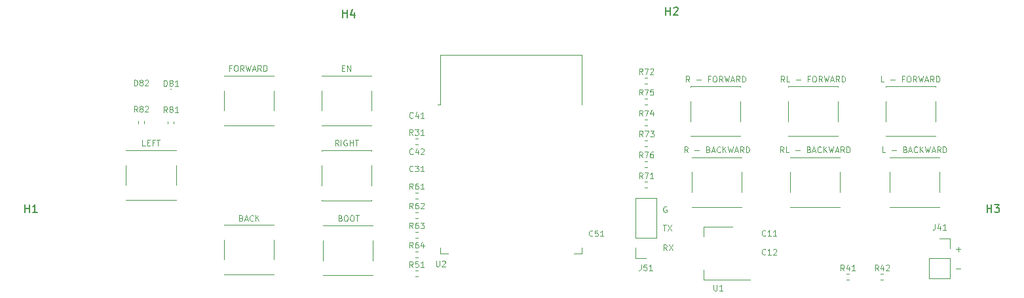
<source format=gbr>
%TF.GenerationSoftware,KiCad,Pcbnew,6.0.6-3a73a75311~116~ubuntu20.04.1*%
%TF.CreationDate,2022-07-28T16:32:39+08:00*%
%TF.ProjectId,Board1,426f6172-6431-42e6-9b69-6361645f7063,rev?*%
%TF.SameCoordinates,Original*%
%TF.FileFunction,Legend,Top*%
%TF.FilePolarity,Positive*%
%FSLAX46Y46*%
G04 Gerber Fmt 4.6, Leading zero omitted, Abs format (unit mm)*
G04 Created by KiCad (PCBNEW 6.0.6-3a73a75311~116~ubuntu20.04.1) date 2022-07-28 16:32:39*
%MOMM*%
%LPD*%
G01*
G04 APERTURE LIST*
%ADD10C,0.100000*%
%ADD11C,0.150000*%
%ADD12C,0.120000*%
G04 APERTURE END LIST*
D10*
X164475428Y-72602285D02*
X164225428Y-72245142D01*
X164046857Y-72602285D02*
X164046857Y-71852285D01*
X164332571Y-71852285D01*
X164404000Y-71888000D01*
X164439714Y-71923714D01*
X164475428Y-71995142D01*
X164475428Y-72102285D01*
X164439714Y-72173714D01*
X164404000Y-72209428D01*
X164332571Y-72245142D01*
X164046857Y-72245142D01*
X165154000Y-72602285D02*
X164796857Y-72602285D01*
X164796857Y-71852285D01*
X165975428Y-72316571D02*
X166546857Y-72316571D01*
X167725428Y-72209428D02*
X167832571Y-72245142D01*
X167868285Y-72280857D01*
X167904000Y-72352285D01*
X167904000Y-72459428D01*
X167868285Y-72530857D01*
X167832571Y-72566571D01*
X167761142Y-72602285D01*
X167475428Y-72602285D01*
X167475428Y-71852285D01*
X167725428Y-71852285D01*
X167796857Y-71888000D01*
X167832571Y-71923714D01*
X167868285Y-71995142D01*
X167868285Y-72066571D01*
X167832571Y-72138000D01*
X167796857Y-72173714D01*
X167725428Y-72209428D01*
X167475428Y-72209428D01*
X168189714Y-72388000D02*
X168546857Y-72388000D01*
X168118285Y-72602285D02*
X168368285Y-71852285D01*
X168618285Y-72602285D01*
X169296857Y-72530857D02*
X169261142Y-72566571D01*
X169154000Y-72602285D01*
X169082571Y-72602285D01*
X168975428Y-72566571D01*
X168904000Y-72495142D01*
X168868285Y-72423714D01*
X168832571Y-72280857D01*
X168832571Y-72173714D01*
X168868285Y-72030857D01*
X168904000Y-71959428D01*
X168975428Y-71888000D01*
X169082571Y-71852285D01*
X169154000Y-71852285D01*
X169261142Y-71888000D01*
X169296857Y-71923714D01*
X169618285Y-72602285D02*
X169618285Y-71852285D01*
X170046857Y-72602285D02*
X169725428Y-72173714D01*
X170046857Y-71852285D02*
X169618285Y-72280857D01*
X170296857Y-71852285D02*
X170475428Y-72602285D01*
X170618285Y-72066571D01*
X170761142Y-72602285D01*
X170939714Y-71852285D01*
X171189714Y-72388000D02*
X171546857Y-72388000D01*
X171118285Y-72602285D02*
X171368285Y-71852285D01*
X171618285Y-72602285D01*
X172296857Y-72602285D02*
X172046857Y-72245142D01*
X171868285Y-72602285D02*
X171868285Y-71852285D01*
X172154000Y-71852285D01*
X172225428Y-71888000D01*
X172261142Y-71923714D01*
X172296857Y-71995142D01*
X172296857Y-72102285D01*
X172261142Y-72173714D01*
X172225428Y-72209428D01*
X172154000Y-72245142D01*
X171868285Y-72245142D01*
X172618285Y-72602285D02*
X172618285Y-71852285D01*
X172796857Y-71852285D01*
X172904000Y-71888000D01*
X172975428Y-71959428D01*
X173011142Y-72030857D01*
X173046857Y-72173714D01*
X173046857Y-72280857D01*
X173011142Y-72423714D01*
X172975428Y-72495142D01*
X172904000Y-72566571D01*
X172796857Y-72602285D01*
X172618285Y-72602285D01*
X164578571Y-63458285D02*
X164328571Y-63101142D01*
X164150000Y-63458285D02*
X164150000Y-62708285D01*
X164435714Y-62708285D01*
X164507142Y-62744000D01*
X164542857Y-62779714D01*
X164578571Y-62851142D01*
X164578571Y-62958285D01*
X164542857Y-63029714D01*
X164507142Y-63065428D01*
X164435714Y-63101142D01*
X164150000Y-63101142D01*
X165257142Y-63458285D02*
X164900000Y-63458285D01*
X164900000Y-62708285D01*
X166078571Y-63172571D02*
X166650000Y-63172571D01*
X167828571Y-63065428D02*
X167578571Y-63065428D01*
X167578571Y-63458285D02*
X167578571Y-62708285D01*
X167935714Y-62708285D01*
X168364285Y-62708285D02*
X168507142Y-62708285D01*
X168578571Y-62744000D01*
X168650000Y-62815428D01*
X168685714Y-62958285D01*
X168685714Y-63208285D01*
X168650000Y-63351142D01*
X168578571Y-63422571D01*
X168507142Y-63458285D01*
X168364285Y-63458285D01*
X168292857Y-63422571D01*
X168221428Y-63351142D01*
X168185714Y-63208285D01*
X168185714Y-62958285D01*
X168221428Y-62815428D01*
X168292857Y-62744000D01*
X168364285Y-62708285D01*
X169435714Y-63458285D02*
X169185714Y-63101142D01*
X169007142Y-63458285D02*
X169007142Y-62708285D01*
X169292857Y-62708285D01*
X169364285Y-62744000D01*
X169400000Y-62779714D01*
X169435714Y-62851142D01*
X169435714Y-62958285D01*
X169400000Y-63029714D01*
X169364285Y-63065428D01*
X169292857Y-63101142D01*
X169007142Y-63101142D01*
X169685714Y-62708285D02*
X169864285Y-63458285D01*
X170007142Y-62922571D01*
X170150000Y-63458285D01*
X170328571Y-62708285D01*
X170578571Y-63244000D02*
X170935714Y-63244000D01*
X170507142Y-63458285D02*
X170757142Y-62708285D01*
X171007142Y-63458285D01*
X171685714Y-63458285D02*
X171435714Y-63101142D01*
X171257142Y-63458285D02*
X171257142Y-62708285D01*
X171542857Y-62708285D01*
X171614285Y-62744000D01*
X171650000Y-62779714D01*
X171685714Y-62851142D01*
X171685714Y-62958285D01*
X171650000Y-63029714D01*
X171614285Y-63065428D01*
X171542857Y-63101142D01*
X171257142Y-63101142D01*
X172007142Y-63458285D02*
X172007142Y-62708285D01*
X172185714Y-62708285D01*
X172292857Y-62744000D01*
X172364285Y-62815428D01*
X172400000Y-62886857D01*
X172435714Y-63029714D01*
X172435714Y-63136857D01*
X172400000Y-63279714D01*
X172364285Y-63351142D01*
X172292857Y-63422571D01*
X172185714Y-63458285D01*
X172007142Y-63458285D01*
X177606000Y-72602285D02*
X177248857Y-72602285D01*
X177248857Y-71852285D01*
X178427428Y-72316571D02*
X178998857Y-72316571D01*
X180177428Y-72209428D02*
X180284571Y-72245142D01*
X180320285Y-72280857D01*
X180356000Y-72352285D01*
X180356000Y-72459428D01*
X180320285Y-72530857D01*
X180284571Y-72566571D01*
X180213142Y-72602285D01*
X179927428Y-72602285D01*
X179927428Y-71852285D01*
X180177428Y-71852285D01*
X180248857Y-71888000D01*
X180284571Y-71923714D01*
X180320285Y-71995142D01*
X180320285Y-72066571D01*
X180284571Y-72138000D01*
X180248857Y-72173714D01*
X180177428Y-72209428D01*
X179927428Y-72209428D01*
X180641714Y-72388000D02*
X180998857Y-72388000D01*
X180570285Y-72602285D02*
X180820285Y-71852285D01*
X181070285Y-72602285D01*
X181748857Y-72530857D02*
X181713142Y-72566571D01*
X181606000Y-72602285D01*
X181534571Y-72602285D01*
X181427428Y-72566571D01*
X181356000Y-72495142D01*
X181320285Y-72423714D01*
X181284571Y-72280857D01*
X181284571Y-72173714D01*
X181320285Y-72030857D01*
X181356000Y-71959428D01*
X181427428Y-71888000D01*
X181534571Y-71852285D01*
X181606000Y-71852285D01*
X181713142Y-71888000D01*
X181748857Y-71923714D01*
X182070285Y-72602285D02*
X182070285Y-71852285D01*
X182498857Y-72602285D02*
X182177428Y-72173714D01*
X182498857Y-71852285D02*
X182070285Y-72280857D01*
X182748857Y-71852285D02*
X182927428Y-72602285D01*
X183070285Y-72066571D01*
X183213142Y-72602285D01*
X183391714Y-71852285D01*
X183641714Y-72388000D02*
X183998857Y-72388000D01*
X183570285Y-72602285D02*
X183820285Y-71852285D01*
X184070285Y-72602285D01*
X184748857Y-72602285D02*
X184498857Y-72245142D01*
X184320285Y-72602285D02*
X184320285Y-71852285D01*
X184606000Y-71852285D01*
X184677428Y-71888000D01*
X184713142Y-71923714D01*
X184748857Y-71995142D01*
X184748857Y-72102285D01*
X184713142Y-72173714D01*
X184677428Y-72209428D01*
X184606000Y-72245142D01*
X184320285Y-72245142D01*
X185070285Y-72602285D02*
X185070285Y-71852285D01*
X185248857Y-71852285D01*
X185356000Y-71888000D01*
X185427428Y-71959428D01*
X185463142Y-72030857D01*
X185498857Y-72173714D01*
X185498857Y-72280857D01*
X185463142Y-72423714D01*
X185427428Y-72495142D01*
X185356000Y-72566571D01*
X185248857Y-72602285D01*
X185070285Y-72602285D01*
X177455142Y-63458285D02*
X177098000Y-63458285D01*
X177098000Y-62708285D01*
X178276571Y-63172571D02*
X178848000Y-63172571D01*
X180026571Y-63065428D02*
X179776571Y-63065428D01*
X179776571Y-63458285D02*
X179776571Y-62708285D01*
X180133714Y-62708285D01*
X180562285Y-62708285D02*
X180705142Y-62708285D01*
X180776571Y-62744000D01*
X180848000Y-62815428D01*
X180883714Y-62958285D01*
X180883714Y-63208285D01*
X180848000Y-63351142D01*
X180776571Y-63422571D01*
X180705142Y-63458285D01*
X180562285Y-63458285D01*
X180490857Y-63422571D01*
X180419428Y-63351142D01*
X180383714Y-63208285D01*
X180383714Y-62958285D01*
X180419428Y-62815428D01*
X180490857Y-62744000D01*
X180562285Y-62708285D01*
X181633714Y-63458285D02*
X181383714Y-63101142D01*
X181205142Y-63458285D02*
X181205142Y-62708285D01*
X181490857Y-62708285D01*
X181562285Y-62744000D01*
X181598000Y-62779714D01*
X181633714Y-62851142D01*
X181633714Y-62958285D01*
X181598000Y-63029714D01*
X181562285Y-63065428D01*
X181490857Y-63101142D01*
X181205142Y-63101142D01*
X181883714Y-62708285D02*
X182062285Y-63458285D01*
X182205142Y-62922571D01*
X182348000Y-63458285D01*
X182526571Y-62708285D01*
X182776571Y-63244000D02*
X183133714Y-63244000D01*
X182705142Y-63458285D02*
X182955142Y-62708285D01*
X183205142Y-63458285D01*
X183883714Y-63458285D02*
X183633714Y-63101142D01*
X183455142Y-63458285D02*
X183455142Y-62708285D01*
X183740857Y-62708285D01*
X183812285Y-62744000D01*
X183848000Y-62779714D01*
X183883714Y-62851142D01*
X183883714Y-62958285D01*
X183848000Y-63029714D01*
X183812285Y-63065428D01*
X183740857Y-63101142D01*
X183455142Y-63101142D01*
X184205142Y-63458285D02*
X184205142Y-62708285D01*
X184383714Y-62708285D01*
X184490857Y-62744000D01*
X184562285Y-62815428D01*
X184598000Y-62886857D01*
X184633714Y-63029714D01*
X184633714Y-63136857D01*
X184598000Y-63279714D01*
X184562285Y-63351142D01*
X184490857Y-63422571D01*
X184383714Y-63458285D01*
X184205142Y-63458285D01*
X152079000Y-72602285D02*
X151829000Y-72245142D01*
X151650428Y-72602285D02*
X151650428Y-71852285D01*
X151936142Y-71852285D01*
X152007571Y-71888000D01*
X152043285Y-71923714D01*
X152079000Y-71995142D01*
X152079000Y-72102285D01*
X152043285Y-72173714D01*
X152007571Y-72209428D01*
X151936142Y-72245142D01*
X151650428Y-72245142D01*
X152971857Y-72316571D02*
X153543285Y-72316571D01*
X154721857Y-72209428D02*
X154829000Y-72245142D01*
X154864714Y-72280857D01*
X154900428Y-72352285D01*
X154900428Y-72459428D01*
X154864714Y-72530857D01*
X154829000Y-72566571D01*
X154757571Y-72602285D01*
X154471857Y-72602285D01*
X154471857Y-71852285D01*
X154721857Y-71852285D01*
X154793285Y-71888000D01*
X154829000Y-71923714D01*
X154864714Y-71995142D01*
X154864714Y-72066571D01*
X154829000Y-72138000D01*
X154793285Y-72173714D01*
X154721857Y-72209428D01*
X154471857Y-72209428D01*
X155186142Y-72388000D02*
X155543285Y-72388000D01*
X155114714Y-72602285D02*
X155364714Y-71852285D01*
X155614714Y-72602285D01*
X156293285Y-72530857D02*
X156257571Y-72566571D01*
X156150428Y-72602285D01*
X156079000Y-72602285D01*
X155971857Y-72566571D01*
X155900428Y-72495142D01*
X155864714Y-72423714D01*
X155829000Y-72280857D01*
X155829000Y-72173714D01*
X155864714Y-72030857D01*
X155900428Y-71959428D01*
X155971857Y-71888000D01*
X156079000Y-71852285D01*
X156150428Y-71852285D01*
X156257571Y-71888000D01*
X156293285Y-71923714D01*
X156614714Y-72602285D02*
X156614714Y-71852285D01*
X157043285Y-72602285D02*
X156721857Y-72173714D01*
X157043285Y-71852285D02*
X156614714Y-72280857D01*
X157293285Y-71852285D02*
X157471857Y-72602285D01*
X157614714Y-72066571D01*
X157757571Y-72602285D01*
X157936142Y-71852285D01*
X158186142Y-72388000D02*
X158543285Y-72388000D01*
X158114714Y-72602285D02*
X158364714Y-71852285D01*
X158614714Y-72602285D01*
X159293285Y-72602285D02*
X159043285Y-72245142D01*
X158864714Y-72602285D02*
X158864714Y-71852285D01*
X159150428Y-71852285D01*
X159221857Y-71888000D01*
X159257571Y-71923714D01*
X159293285Y-71995142D01*
X159293285Y-72102285D01*
X159257571Y-72173714D01*
X159221857Y-72209428D01*
X159150428Y-72245142D01*
X158864714Y-72245142D01*
X159614714Y-72602285D02*
X159614714Y-71852285D01*
X159793285Y-71852285D01*
X159900428Y-71888000D01*
X159971857Y-71959428D01*
X160007571Y-72030857D01*
X160043285Y-72173714D01*
X160043285Y-72280857D01*
X160007571Y-72423714D01*
X159971857Y-72495142D01*
X159900428Y-72566571D01*
X159793285Y-72602285D01*
X159614714Y-72602285D01*
X152309142Y-63458285D02*
X152059142Y-63101142D01*
X151880571Y-63458285D02*
X151880571Y-62708285D01*
X152166285Y-62708285D01*
X152237714Y-62744000D01*
X152273428Y-62779714D01*
X152309142Y-62851142D01*
X152309142Y-62958285D01*
X152273428Y-63029714D01*
X152237714Y-63065428D01*
X152166285Y-63101142D01*
X151880571Y-63101142D01*
X153202000Y-63172571D02*
X153773428Y-63172571D01*
X154952000Y-63065428D02*
X154702000Y-63065428D01*
X154702000Y-63458285D02*
X154702000Y-62708285D01*
X155059142Y-62708285D01*
X155487714Y-62708285D02*
X155630571Y-62708285D01*
X155702000Y-62744000D01*
X155773428Y-62815428D01*
X155809142Y-62958285D01*
X155809142Y-63208285D01*
X155773428Y-63351142D01*
X155702000Y-63422571D01*
X155630571Y-63458285D01*
X155487714Y-63458285D01*
X155416285Y-63422571D01*
X155344857Y-63351142D01*
X155309142Y-63208285D01*
X155309142Y-62958285D01*
X155344857Y-62815428D01*
X155416285Y-62744000D01*
X155487714Y-62708285D01*
X156559142Y-63458285D02*
X156309142Y-63101142D01*
X156130571Y-63458285D02*
X156130571Y-62708285D01*
X156416285Y-62708285D01*
X156487714Y-62744000D01*
X156523428Y-62779714D01*
X156559142Y-62851142D01*
X156559142Y-62958285D01*
X156523428Y-63029714D01*
X156487714Y-63065428D01*
X156416285Y-63101142D01*
X156130571Y-63101142D01*
X156809142Y-62708285D02*
X156987714Y-63458285D01*
X157130571Y-62922571D01*
X157273428Y-63458285D01*
X157452000Y-62708285D01*
X157702000Y-63244000D02*
X158059142Y-63244000D01*
X157630571Y-63458285D02*
X157880571Y-62708285D01*
X158130571Y-63458285D01*
X158809142Y-63458285D02*
X158559142Y-63101142D01*
X158380571Y-63458285D02*
X158380571Y-62708285D01*
X158666285Y-62708285D01*
X158737714Y-62744000D01*
X158773428Y-62779714D01*
X158809142Y-62851142D01*
X158809142Y-62958285D01*
X158773428Y-63029714D01*
X158737714Y-63065428D01*
X158666285Y-63101142D01*
X158380571Y-63101142D01*
X159130571Y-63458285D02*
X159130571Y-62708285D01*
X159309142Y-62708285D01*
X159416285Y-62744000D01*
X159487714Y-62815428D01*
X159523428Y-62886857D01*
X159559142Y-63029714D01*
X159559142Y-63136857D01*
X159523428Y-63279714D01*
X159487714Y-63351142D01*
X159416285Y-63422571D01*
X159309142Y-63458285D01*
X159130571Y-63458285D01*
X107396428Y-61668428D02*
X107646428Y-61668428D01*
X107753571Y-62061285D02*
X107396428Y-62061285D01*
X107396428Y-61311285D01*
X107753571Y-61311285D01*
X108075000Y-62061285D02*
X108075000Y-61311285D01*
X108503571Y-62061285D01*
X108503571Y-61311285D01*
X107186142Y-81099428D02*
X107293285Y-81135142D01*
X107329000Y-81170857D01*
X107364714Y-81242285D01*
X107364714Y-81349428D01*
X107329000Y-81420857D01*
X107293285Y-81456571D01*
X107221857Y-81492285D01*
X106936142Y-81492285D01*
X106936142Y-80742285D01*
X107186142Y-80742285D01*
X107257571Y-80778000D01*
X107293285Y-80813714D01*
X107329000Y-80885142D01*
X107329000Y-80956571D01*
X107293285Y-81028000D01*
X107257571Y-81063714D01*
X107186142Y-81099428D01*
X106936142Y-81099428D01*
X107829000Y-80742285D02*
X107971857Y-80742285D01*
X108043285Y-80778000D01*
X108114714Y-80849428D01*
X108150428Y-80992285D01*
X108150428Y-81242285D01*
X108114714Y-81385142D01*
X108043285Y-81456571D01*
X107971857Y-81492285D01*
X107829000Y-81492285D01*
X107757571Y-81456571D01*
X107686142Y-81385142D01*
X107650428Y-81242285D01*
X107650428Y-80992285D01*
X107686142Y-80849428D01*
X107757571Y-80778000D01*
X107829000Y-80742285D01*
X108614714Y-80742285D02*
X108757571Y-80742285D01*
X108829000Y-80778000D01*
X108900428Y-80849428D01*
X108936142Y-80992285D01*
X108936142Y-81242285D01*
X108900428Y-81385142D01*
X108829000Y-81456571D01*
X108757571Y-81492285D01*
X108614714Y-81492285D01*
X108543285Y-81456571D01*
X108471857Y-81385142D01*
X108436142Y-81242285D01*
X108436142Y-80992285D01*
X108471857Y-80849428D01*
X108543285Y-80778000D01*
X108614714Y-80742285D01*
X109150428Y-80742285D02*
X109579000Y-80742285D01*
X109364714Y-81492285D02*
X109364714Y-80742285D01*
X106950000Y-71713285D02*
X106700000Y-71356142D01*
X106521428Y-71713285D02*
X106521428Y-70963285D01*
X106807142Y-70963285D01*
X106878571Y-70999000D01*
X106914285Y-71034714D01*
X106950000Y-71106142D01*
X106950000Y-71213285D01*
X106914285Y-71284714D01*
X106878571Y-71320428D01*
X106807142Y-71356142D01*
X106521428Y-71356142D01*
X107271428Y-71713285D02*
X107271428Y-70963285D01*
X108021428Y-70999000D02*
X107950000Y-70963285D01*
X107842857Y-70963285D01*
X107735714Y-70999000D01*
X107664285Y-71070428D01*
X107628571Y-71141857D01*
X107592857Y-71284714D01*
X107592857Y-71391857D01*
X107628571Y-71534714D01*
X107664285Y-71606142D01*
X107735714Y-71677571D01*
X107842857Y-71713285D01*
X107914285Y-71713285D01*
X108021428Y-71677571D01*
X108057142Y-71641857D01*
X108057142Y-71391857D01*
X107914285Y-71391857D01*
X108378571Y-71713285D02*
X108378571Y-70963285D01*
X108378571Y-71320428D02*
X108807142Y-71320428D01*
X108807142Y-71713285D02*
X108807142Y-70963285D01*
X109057142Y-70963285D02*
X109485714Y-70963285D01*
X109271428Y-71713285D02*
X109271428Y-70963285D01*
X81962714Y-71713285D02*
X81605571Y-71713285D01*
X81605571Y-70963285D01*
X82212714Y-71320428D02*
X82462714Y-71320428D01*
X82569857Y-71713285D02*
X82212714Y-71713285D01*
X82212714Y-70963285D01*
X82569857Y-70963285D01*
X83141285Y-71320428D02*
X82891285Y-71320428D01*
X82891285Y-71713285D02*
X82891285Y-70963285D01*
X83248428Y-70963285D01*
X83427000Y-70963285D02*
X83855571Y-70963285D01*
X83641285Y-71713285D02*
X83641285Y-70963285D01*
X94359142Y-81099428D02*
X94466285Y-81135142D01*
X94502000Y-81170857D01*
X94537714Y-81242285D01*
X94537714Y-81349428D01*
X94502000Y-81420857D01*
X94466285Y-81456571D01*
X94394857Y-81492285D01*
X94109142Y-81492285D01*
X94109142Y-80742285D01*
X94359142Y-80742285D01*
X94430571Y-80778000D01*
X94466285Y-80813714D01*
X94502000Y-80885142D01*
X94502000Y-80956571D01*
X94466285Y-81028000D01*
X94430571Y-81063714D01*
X94359142Y-81099428D01*
X94109142Y-81099428D01*
X94823428Y-81278000D02*
X95180571Y-81278000D01*
X94752000Y-81492285D02*
X95002000Y-80742285D01*
X95252000Y-81492285D01*
X95930571Y-81420857D02*
X95894857Y-81456571D01*
X95787714Y-81492285D01*
X95716285Y-81492285D01*
X95609142Y-81456571D01*
X95537714Y-81385142D01*
X95502000Y-81313714D01*
X95466285Y-81170857D01*
X95466285Y-81063714D01*
X95502000Y-80920857D01*
X95537714Y-80849428D01*
X95609142Y-80778000D01*
X95716285Y-80742285D01*
X95787714Y-80742285D01*
X95894857Y-80778000D01*
X95930571Y-80813714D01*
X96252000Y-81492285D02*
X96252000Y-80742285D01*
X96680571Y-81492285D02*
X96359142Y-81063714D01*
X96680571Y-80742285D02*
X96252000Y-81170857D01*
X93089285Y-61668428D02*
X92839285Y-61668428D01*
X92839285Y-62061285D02*
X92839285Y-61311285D01*
X93196428Y-61311285D01*
X93625000Y-61311285D02*
X93767857Y-61311285D01*
X93839285Y-61347000D01*
X93910714Y-61418428D01*
X93946428Y-61561285D01*
X93946428Y-61811285D01*
X93910714Y-61954142D01*
X93839285Y-62025571D01*
X93767857Y-62061285D01*
X93625000Y-62061285D01*
X93553571Y-62025571D01*
X93482142Y-61954142D01*
X93446428Y-61811285D01*
X93446428Y-61561285D01*
X93482142Y-61418428D01*
X93553571Y-61347000D01*
X93625000Y-61311285D01*
X94696428Y-62061285D02*
X94446428Y-61704142D01*
X94267857Y-62061285D02*
X94267857Y-61311285D01*
X94553571Y-61311285D01*
X94625000Y-61347000D01*
X94660714Y-61382714D01*
X94696428Y-61454142D01*
X94696428Y-61561285D01*
X94660714Y-61632714D01*
X94625000Y-61668428D01*
X94553571Y-61704142D01*
X94267857Y-61704142D01*
X94946428Y-61311285D02*
X95125000Y-62061285D01*
X95267857Y-61525571D01*
X95410714Y-62061285D01*
X95589285Y-61311285D01*
X95839285Y-61847000D02*
X96196428Y-61847000D01*
X95767857Y-62061285D02*
X96017857Y-61311285D01*
X96267857Y-62061285D01*
X96946428Y-62061285D02*
X96696428Y-61704142D01*
X96517857Y-62061285D02*
X96517857Y-61311285D01*
X96803571Y-61311285D01*
X96875000Y-61347000D01*
X96910714Y-61382714D01*
X96946428Y-61454142D01*
X96946428Y-61561285D01*
X96910714Y-61632714D01*
X96875000Y-61668428D01*
X96803571Y-61704142D01*
X96517857Y-61704142D01*
X97267857Y-62061285D02*
X97267857Y-61311285D01*
X97446428Y-61311285D01*
X97553571Y-61347000D01*
X97625000Y-61418428D01*
X97660714Y-61489857D01*
X97696428Y-61632714D01*
X97696428Y-61739857D01*
X97660714Y-61882714D01*
X97625000Y-61954142D01*
X97553571Y-62025571D01*
X97446428Y-62061285D01*
X97267857Y-62061285D01*
X186759885Y-87632771D02*
X187331314Y-87632771D01*
X186759885Y-85143571D02*
X187331314Y-85143571D01*
X187045600Y-85429285D02*
X187045600Y-84857857D01*
X149379400Y-85276885D02*
X149129400Y-84919742D01*
X148950828Y-85276885D02*
X148950828Y-84526885D01*
X149236542Y-84526885D01*
X149307971Y-84562600D01*
X149343685Y-84598314D01*
X149379400Y-84669742D01*
X149379400Y-84776885D01*
X149343685Y-84848314D01*
X149307971Y-84884028D01*
X149236542Y-84919742D01*
X148950828Y-84919742D01*
X149629400Y-84526885D02*
X150129400Y-85276885D01*
X150129400Y-84526885D02*
X149629400Y-85276885D01*
X149343685Y-79635000D02*
X149272257Y-79599285D01*
X149165114Y-79599285D01*
X149057971Y-79635000D01*
X148986542Y-79706428D01*
X148950828Y-79777857D01*
X148915114Y-79920714D01*
X148915114Y-80027857D01*
X148950828Y-80170714D01*
X148986542Y-80242142D01*
X149057971Y-80313571D01*
X149165114Y-80349285D01*
X149236542Y-80349285D01*
X149343685Y-80313571D01*
X149379399Y-80277857D01*
X149379399Y-80027857D01*
X149236542Y-80027857D01*
X148843685Y-81986885D02*
X149272256Y-81986885D01*
X149057971Y-82736885D02*
X149057971Y-81986885D01*
X149450828Y-81986885D02*
X149950828Y-82736885D01*
X149950828Y-81986885D02*
X149450828Y-82736885D01*
D11*
%TO.C,H1*%
X66430192Y-80356478D02*
X66430192Y-79356478D01*
X66430192Y-79832669D02*
X67001620Y-79832669D01*
X67001620Y-80356478D02*
X67001620Y-79356478D01*
X68001620Y-80356478D02*
X67430192Y-80356478D01*
X67715906Y-80356478D02*
X67715906Y-79356478D01*
X67620668Y-79499336D01*
X67525430Y-79594574D01*
X67430192Y-79642193D01*
%TO.C,H2*%
X149250494Y-54791558D02*
X149250494Y-53791558D01*
X149250494Y-54267749D02*
X149821922Y-54267749D01*
X149821922Y-54791558D02*
X149821922Y-53791558D01*
X150250494Y-53886797D02*
X150298113Y-53839178D01*
X150393351Y-53791558D01*
X150631446Y-53791558D01*
X150726684Y-53839178D01*
X150774303Y-53886797D01*
X150821922Y-53982035D01*
X150821922Y-54077273D01*
X150774303Y-54220130D01*
X150202875Y-54791558D01*
X150821922Y-54791558D01*
%TO.C,H3*%
X190765695Y-80356380D02*
X190765695Y-79356380D01*
X190765695Y-79832571D02*
X191337123Y-79832571D01*
X191337123Y-80356380D02*
X191337123Y-79356380D01*
X191718076Y-79356380D02*
X192337123Y-79356380D01*
X192003790Y-79737333D01*
X192146647Y-79737333D01*
X192241885Y-79784952D01*
X192289504Y-79832571D01*
X192337123Y-79927809D01*
X192337123Y-80165904D01*
X192289504Y-80261142D01*
X192241885Y-80308761D01*
X192146647Y-80356380D01*
X191860933Y-80356380D01*
X191765695Y-80308761D01*
X191718076Y-80261142D01*
%TO.C,H4*%
X107492895Y-55108780D02*
X107492895Y-54108780D01*
X107492895Y-54584971D02*
X108064323Y-54584971D01*
X108064323Y-55108780D02*
X108064323Y-54108780D01*
X108969085Y-54442114D02*
X108969085Y-55108780D01*
X108730990Y-54061161D02*
X108492895Y-54775447D01*
X109111942Y-54775447D01*
D10*
%TO.C,J41*%
X184025057Y-81878485D02*
X184025057Y-82414200D01*
X183989342Y-82521342D01*
X183917914Y-82592771D01*
X183810771Y-82628485D01*
X183739342Y-82628485D01*
X184703628Y-82128485D02*
X184703628Y-82628485D01*
X184525057Y-81842771D02*
X184346485Y-82378485D01*
X184810771Y-82378485D01*
X185489342Y-82628485D02*
X185060771Y-82628485D01*
X185275057Y-82628485D02*
X185275057Y-81878485D01*
X185203628Y-81985628D01*
X185132200Y-82057057D01*
X185060771Y-82092771D01*
%TO.C,R41*%
X172288657Y-87916885D02*
X172038657Y-87559742D01*
X171860085Y-87916885D02*
X171860085Y-87166885D01*
X172145800Y-87166885D01*
X172217228Y-87202600D01*
X172252942Y-87238314D01*
X172288657Y-87309742D01*
X172288657Y-87416885D01*
X172252942Y-87488314D01*
X172217228Y-87524028D01*
X172145800Y-87559742D01*
X171860085Y-87559742D01*
X172931514Y-87416885D02*
X172931514Y-87916885D01*
X172752942Y-87131171D02*
X172574371Y-87666885D01*
X173038657Y-87666885D01*
X173717228Y-87916885D02*
X173288657Y-87916885D01*
X173502942Y-87916885D02*
X173502942Y-87166885D01*
X173431514Y-87274028D01*
X173360085Y-87345457D01*
X173288657Y-87381171D01*
%TO.C,R42*%
X176708257Y-87916885D02*
X176458257Y-87559742D01*
X176279685Y-87916885D02*
X176279685Y-87166885D01*
X176565400Y-87166885D01*
X176636828Y-87202600D01*
X176672542Y-87238314D01*
X176708257Y-87309742D01*
X176708257Y-87416885D01*
X176672542Y-87488314D01*
X176636828Y-87524028D01*
X176565400Y-87559742D01*
X176279685Y-87559742D01*
X177351114Y-87416885D02*
X177351114Y-87916885D01*
X177172542Y-87131171D02*
X176993971Y-87666885D01*
X177458257Y-87666885D01*
X177708257Y-87238314D02*
X177743971Y-87202600D01*
X177815400Y-87166885D01*
X177993971Y-87166885D01*
X178065400Y-87202600D01*
X178101114Y-87238314D01*
X178136828Y-87309742D01*
X178136828Y-87381171D01*
X178101114Y-87488314D01*
X177672542Y-87916885D01*
X178136828Y-87916885D01*
%TO.C,R74*%
X146228257Y-67871205D02*
X145978257Y-67514062D01*
X145799685Y-67871205D02*
X145799685Y-67121205D01*
X146085400Y-67121205D01*
X146156828Y-67156920D01*
X146192542Y-67192634D01*
X146228257Y-67264062D01*
X146228257Y-67371205D01*
X146192542Y-67442634D01*
X146156828Y-67478348D01*
X146085400Y-67514062D01*
X145799685Y-67514062D01*
X146478257Y-67121205D02*
X146978257Y-67121205D01*
X146656828Y-67871205D01*
X147585400Y-67371205D02*
X147585400Y-67871205D01*
X147406828Y-67085491D02*
X147228257Y-67621205D01*
X147692542Y-67621205D01*
%TO.C,R61*%
X116561057Y-77352085D02*
X116311057Y-76994942D01*
X116132485Y-77352085D02*
X116132485Y-76602085D01*
X116418200Y-76602085D01*
X116489628Y-76637800D01*
X116525342Y-76673514D01*
X116561057Y-76744942D01*
X116561057Y-76852085D01*
X116525342Y-76923514D01*
X116489628Y-76959228D01*
X116418200Y-76994942D01*
X116132485Y-76994942D01*
X117203914Y-76602085D02*
X117061057Y-76602085D01*
X116989628Y-76637800D01*
X116953914Y-76673514D01*
X116882485Y-76780657D01*
X116846771Y-76923514D01*
X116846771Y-77209228D01*
X116882485Y-77280657D01*
X116918200Y-77316371D01*
X116989628Y-77352085D01*
X117132485Y-77352085D01*
X117203914Y-77316371D01*
X117239628Y-77280657D01*
X117275342Y-77209228D01*
X117275342Y-77030657D01*
X117239628Y-76959228D01*
X117203914Y-76923514D01*
X117132485Y-76887800D01*
X116989628Y-76887800D01*
X116918200Y-76923514D01*
X116882485Y-76959228D01*
X116846771Y-77030657D01*
X117989628Y-77352085D02*
X117561057Y-77352085D01*
X117775342Y-77352085D02*
X117775342Y-76602085D01*
X117703914Y-76709228D01*
X117632485Y-76780657D01*
X117561057Y-76816371D01*
%TO.C,D82*%
X80521685Y-63940885D02*
X80521685Y-63190885D01*
X80700257Y-63190885D01*
X80807400Y-63226600D01*
X80878828Y-63298028D01*
X80914542Y-63369457D01*
X80950257Y-63512314D01*
X80950257Y-63619457D01*
X80914542Y-63762314D01*
X80878828Y-63833742D01*
X80807400Y-63905171D01*
X80700257Y-63940885D01*
X80521685Y-63940885D01*
X81378828Y-63512314D02*
X81307400Y-63476600D01*
X81271685Y-63440885D01*
X81235971Y-63369457D01*
X81235971Y-63333742D01*
X81271685Y-63262314D01*
X81307400Y-63226600D01*
X81378828Y-63190885D01*
X81521685Y-63190885D01*
X81593114Y-63226600D01*
X81628828Y-63262314D01*
X81664542Y-63333742D01*
X81664542Y-63369457D01*
X81628828Y-63440885D01*
X81593114Y-63476600D01*
X81521685Y-63512314D01*
X81378828Y-63512314D01*
X81307400Y-63548028D01*
X81271685Y-63583742D01*
X81235971Y-63655171D01*
X81235971Y-63798028D01*
X81271685Y-63869457D01*
X81307400Y-63905171D01*
X81378828Y-63940885D01*
X81521685Y-63940885D01*
X81593114Y-63905171D01*
X81628828Y-63869457D01*
X81664542Y-63798028D01*
X81664542Y-63655171D01*
X81628828Y-63583742D01*
X81593114Y-63548028D01*
X81521685Y-63512314D01*
X81950257Y-63262314D02*
X81985971Y-63226600D01*
X82057400Y-63190885D01*
X82235971Y-63190885D01*
X82307400Y-63226600D01*
X82343114Y-63262314D01*
X82378828Y-63333742D01*
X82378828Y-63405171D01*
X82343114Y-63512314D01*
X81914542Y-63940885D01*
X82378828Y-63940885D01*
%TO.C,C31*%
X116561057Y-74994657D02*
X116525342Y-75030371D01*
X116418200Y-75066085D01*
X116346771Y-75066085D01*
X116239628Y-75030371D01*
X116168200Y-74958942D01*
X116132485Y-74887514D01*
X116096771Y-74744657D01*
X116096771Y-74637514D01*
X116132485Y-74494657D01*
X116168200Y-74423228D01*
X116239628Y-74351800D01*
X116346771Y-74316085D01*
X116418200Y-74316085D01*
X116525342Y-74351800D01*
X116561057Y-74387514D01*
X116811057Y-74316085D02*
X117275342Y-74316085D01*
X117025342Y-74601800D01*
X117132485Y-74601800D01*
X117203914Y-74637514D01*
X117239628Y-74673228D01*
X117275342Y-74744657D01*
X117275342Y-74923228D01*
X117239628Y-74994657D01*
X117203914Y-75030371D01*
X117132485Y-75066085D01*
X116918200Y-75066085D01*
X116846771Y-75030371D01*
X116811057Y-74994657D01*
X117989628Y-75066085D02*
X117561057Y-75066085D01*
X117775342Y-75066085D02*
X117775342Y-74316085D01*
X117703914Y-74423228D01*
X117632485Y-74494657D01*
X117561057Y-74530371D01*
%TO.C,C11*%
X162128657Y-83342657D02*
X162092942Y-83378371D01*
X161985800Y-83414085D01*
X161914371Y-83414085D01*
X161807228Y-83378371D01*
X161735800Y-83306942D01*
X161700085Y-83235514D01*
X161664371Y-83092657D01*
X161664371Y-82985514D01*
X161700085Y-82842657D01*
X161735800Y-82771228D01*
X161807228Y-82699800D01*
X161914371Y-82664085D01*
X161985800Y-82664085D01*
X162092942Y-82699800D01*
X162128657Y-82735514D01*
X162842942Y-83414085D02*
X162414371Y-83414085D01*
X162628657Y-83414085D02*
X162628657Y-82664085D01*
X162557228Y-82771228D01*
X162485800Y-82842657D01*
X162414371Y-82878371D01*
X163557228Y-83414085D02*
X163128657Y-83414085D01*
X163342942Y-83414085D02*
X163342942Y-82664085D01*
X163271514Y-82771228D01*
X163200085Y-82842657D01*
X163128657Y-82878371D01*
%TO.C,C51*%
X139776657Y-83376657D02*
X139740942Y-83412371D01*
X139633800Y-83448085D01*
X139562371Y-83448085D01*
X139455228Y-83412371D01*
X139383800Y-83340942D01*
X139348085Y-83269514D01*
X139312371Y-83126657D01*
X139312371Y-83019514D01*
X139348085Y-82876657D01*
X139383800Y-82805228D01*
X139455228Y-82733800D01*
X139562371Y-82698085D01*
X139633800Y-82698085D01*
X139740942Y-82733800D01*
X139776657Y-82769514D01*
X140455228Y-82698085D02*
X140098085Y-82698085D01*
X140062371Y-83055228D01*
X140098085Y-83019514D01*
X140169514Y-82983800D01*
X140348085Y-82983800D01*
X140419514Y-83019514D01*
X140455228Y-83055228D01*
X140490942Y-83126657D01*
X140490942Y-83305228D01*
X140455228Y-83376657D01*
X140419514Y-83412371D01*
X140348085Y-83448085D01*
X140169514Y-83448085D01*
X140098085Y-83412371D01*
X140062371Y-83376657D01*
X141205228Y-83448085D02*
X140776657Y-83448085D01*
X140990942Y-83448085D02*
X140990942Y-82698085D01*
X140919514Y-82805228D01*
X140848085Y-82876657D01*
X140776657Y-82912371D01*
%TO.C,C12*%
X162128657Y-85781057D02*
X162092942Y-85816771D01*
X161985800Y-85852485D01*
X161914371Y-85852485D01*
X161807228Y-85816771D01*
X161735800Y-85745342D01*
X161700085Y-85673914D01*
X161664371Y-85531057D01*
X161664371Y-85423914D01*
X161700085Y-85281057D01*
X161735800Y-85209628D01*
X161807228Y-85138200D01*
X161914371Y-85102485D01*
X161985800Y-85102485D01*
X162092942Y-85138200D01*
X162128657Y-85173914D01*
X162842942Y-85852485D02*
X162414371Y-85852485D01*
X162628657Y-85852485D02*
X162628657Y-85102485D01*
X162557228Y-85209628D01*
X162485800Y-85281057D01*
X162414371Y-85316771D01*
X163128657Y-85173914D02*
X163164371Y-85138200D01*
X163235800Y-85102485D01*
X163414371Y-85102485D01*
X163485800Y-85138200D01*
X163521514Y-85173914D01*
X163557228Y-85245342D01*
X163557228Y-85316771D01*
X163521514Y-85423914D01*
X163092942Y-85852485D01*
X163557228Y-85852485D01*
%TO.C,U2*%
X119570571Y-86609685D02*
X119570571Y-87216828D01*
X119606285Y-87288257D01*
X119642000Y-87323971D01*
X119713428Y-87359685D01*
X119856285Y-87359685D01*
X119927714Y-87323971D01*
X119963428Y-87288257D01*
X119999142Y-87216828D01*
X119999142Y-86609685D01*
X120320571Y-86681114D02*
X120356285Y-86645400D01*
X120427714Y-86609685D01*
X120606285Y-86609685D01*
X120677714Y-86645400D01*
X120713428Y-86681114D01*
X120749142Y-86752542D01*
X120749142Y-86823971D01*
X120713428Y-86931114D01*
X120284857Y-87359685D01*
X120749142Y-87359685D01*
%TO.C,R73*%
X146279057Y-70575365D02*
X146029057Y-70218222D01*
X145850485Y-70575365D02*
X145850485Y-69825365D01*
X146136200Y-69825365D01*
X146207628Y-69861080D01*
X146243342Y-69896794D01*
X146279057Y-69968222D01*
X146279057Y-70075365D01*
X146243342Y-70146794D01*
X146207628Y-70182508D01*
X146136200Y-70218222D01*
X145850485Y-70218222D01*
X146529057Y-69825365D02*
X147029057Y-69825365D01*
X146707628Y-70575365D01*
X147243342Y-69825365D02*
X147707628Y-69825365D01*
X147457628Y-70111080D01*
X147564771Y-70111080D01*
X147636200Y-70146794D01*
X147671914Y-70182508D01*
X147707628Y-70253937D01*
X147707628Y-70432508D01*
X147671914Y-70503937D01*
X147636200Y-70539651D01*
X147564771Y-70575365D01*
X147350485Y-70575365D01*
X147279057Y-70539651D01*
X147243342Y-70503937D01*
%TO.C,R81*%
X84811057Y-67395285D02*
X84561057Y-67038142D01*
X84382485Y-67395285D02*
X84382485Y-66645285D01*
X84668200Y-66645285D01*
X84739628Y-66681000D01*
X84775342Y-66716714D01*
X84811057Y-66788142D01*
X84811057Y-66895285D01*
X84775342Y-66966714D01*
X84739628Y-67002428D01*
X84668200Y-67038142D01*
X84382485Y-67038142D01*
X85239628Y-66966714D02*
X85168200Y-66931000D01*
X85132485Y-66895285D01*
X85096771Y-66823857D01*
X85096771Y-66788142D01*
X85132485Y-66716714D01*
X85168200Y-66681000D01*
X85239628Y-66645285D01*
X85382485Y-66645285D01*
X85453914Y-66681000D01*
X85489628Y-66716714D01*
X85525342Y-66788142D01*
X85525342Y-66823857D01*
X85489628Y-66895285D01*
X85453914Y-66931000D01*
X85382485Y-66966714D01*
X85239628Y-66966714D01*
X85168200Y-67002428D01*
X85132485Y-67038142D01*
X85096771Y-67109571D01*
X85096771Y-67252428D01*
X85132485Y-67323857D01*
X85168200Y-67359571D01*
X85239628Y-67395285D01*
X85382485Y-67395285D01*
X85453914Y-67359571D01*
X85489628Y-67323857D01*
X85525342Y-67252428D01*
X85525342Y-67109571D01*
X85489628Y-67038142D01*
X85453914Y-67002428D01*
X85382485Y-66966714D01*
X86239628Y-67395285D02*
X85811057Y-67395285D01*
X86025342Y-67395285D02*
X86025342Y-66645285D01*
X85953914Y-66752428D01*
X85882485Y-66823857D01*
X85811057Y-66859571D01*
%TO.C,R62*%
X116561057Y-79892085D02*
X116311057Y-79534942D01*
X116132485Y-79892085D02*
X116132485Y-79142085D01*
X116418200Y-79142085D01*
X116489628Y-79177800D01*
X116525342Y-79213514D01*
X116561057Y-79284942D01*
X116561057Y-79392085D01*
X116525342Y-79463514D01*
X116489628Y-79499228D01*
X116418200Y-79534942D01*
X116132485Y-79534942D01*
X117203914Y-79142085D02*
X117061057Y-79142085D01*
X116989628Y-79177800D01*
X116953914Y-79213514D01*
X116882485Y-79320657D01*
X116846771Y-79463514D01*
X116846771Y-79749228D01*
X116882485Y-79820657D01*
X116918200Y-79856371D01*
X116989628Y-79892085D01*
X117132485Y-79892085D01*
X117203914Y-79856371D01*
X117239628Y-79820657D01*
X117275342Y-79749228D01*
X117275342Y-79570657D01*
X117239628Y-79499228D01*
X117203914Y-79463514D01*
X117132485Y-79427800D01*
X116989628Y-79427800D01*
X116918200Y-79463514D01*
X116882485Y-79499228D01*
X116846771Y-79570657D01*
X117561057Y-79213514D02*
X117596771Y-79177800D01*
X117668200Y-79142085D01*
X117846771Y-79142085D01*
X117918200Y-79177800D01*
X117953914Y-79213514D01*
X117989628Y-79284942D01*
X117989628Y-79356371D01*
X117953914Y-79463514D01*
X117525342Y-79892085D01*
X117989628Y-79892085D01*
%TO.C,R75*%
X146228257Y-65168645D02*
X145978257Y-64811502D01*
X145799685Y-65168645D02*
X145799685Y-64418645D01*
X146085400Y-64418645D01*
X146156828Y-64454360D01*
X146192542Y-64490074D01*
X146228257Y-64561502D01*
X146228257Y-64668645D01*
X146192542Y-64740074D01*
X146156828Y-64775788D01*
X146085400Y-64811502D01*
X145799685Y-64811502D01*
X146478257Y-64418645D02*
X146978257Y-64418645D01*
X146656828Y-65168645D01*
X147621114Y-64418645D02*
X147263971Y-64418645D01*
X147228257Y-64775788D01*
X147263971Y-64740074D01*
X147335400Y-64704360D01*
X147513971Y-64704360D01*
X147585400Y-64740074D01*
X147621114Y-64775788D01*
X147656828Y-64847217D01*
X147656828Y-65025788D01*
X147621114Y-65097217D01*
X147585400Y-65132931D01*
X147513971Y-65168645D01*
X147335400Y-65168645D01*
X147263971Y-65132931D01*
X147228257Y-65097217D01*
%TO.C,R31*%
X116561057Y-70340085D02*
X116311057Y-69982942D01*
X116132485Y-70340085D02*
X116132485Y-69590085D01*
X116418200Y-69590085D01*
X116489628Y-69625800D01*
X116525342Y-69661514D01*
X116561057Y-69732942D01*
X116561057Y-69840085D01*
X116525342Y-69911514D01*
X116489628Y-69947228D01*
X116418200Y-69982942D01*
X116132485Y-69982942D01*
X116811057Y-69590085D02*
X117275342Y-69590085D01*
X117025342Y-69875800D01*
X117132485Y-69875800D01*
X117203914Y-69911514D01*
X117239628Y-69947228D01*
X117275342Y-70018657D01*
X117275342Y-70197228D01*
X117239628Y-70268657D01*
X117203914Y-70304371D01*
X117132485Y-70340085D01*
X116918200Y-70340085D01*
X116846771Y-70304371D01*
X116811057Y-70268657D01*
X117989628Y-70340085D02*
X117561057Y-70340085D01*
X117775342Y-70340085D02*
X117775342Y-69590085D01*
X117703914Y-69697228D01*
X117632485Y-69768657D01*
X117561057Y-69804371D01*
%TO.C,U1*%
X155435371Y-89738085D02*
X155435371Y-90345228D01*
X155471085Y-90416657D01*
X155506800Y-90452371D01*
X155578228Y-90488085D01*
X155721085Y-90488085D01*
X155792514Y-90452371D01*
X155828228Y-90416657D01*
X155863942Y-90345228D01*
X155863942Y-89738085D01*
X156613942Y-90488085D02*
X156185371Y-90488085D01*
X156399657Y-90488085D02*
X156399657Y-89738085D01*
X156328228Y-89845228D01*
X156256800Y-89916657D01*
X156185371Y-89952371D01*
%TO.C,J51*%
X146052457Y-87117685D02*
X146052457Y-87653400D01*
X146016742Y-87760542D01*
X145945314Y-87831971D01*
X145838171Y-87867685D01*
X145766742Y-87867685D01*
X146766742Y-87117685D02*
X146409600Y-87117685D01*
X146373885Y-87474828D01*
X146409600Y-87439114D01*
X146481028Y-87403400D01*
X146659600Y-87403400D01*
X146731028Y-87439114D01*
X146766742Y-87474828D01*
X146802457Y-87546257D01*
X146802457Y-87724828D01*
X146766742Y-87796257D01*
X146731028Y-87831971D01*
X146659600Y-87867685D01*
X146481028Y-87867685D01*
X146409600Y-87831971D01*
X146373885Y-87796257D01*
X147516742Y-87867685D02*
X147088171Y-87867685D01*
X147302457Y-87867685D02*
X147302457Y-87117685D01*
X147231028Y-87224828D01*
X147159600Y-87296257D01*
X147088171Y-87331971D01*
%TO.C,C41*%
X116561057Y-68085857D02*
X116525342Y-68121571D01*
X116418200Y-68157285D01*
X116346771Y-68157285D01*
X116239628Y-68121571D01*
X116168200Y-68050142D01*
X116132485Y-67978714D01*
X116096771Y-67835857D01*
X116096771Y-67728714D01*
X116132485Y-67585857D01*
X116168200Y-67514428D01*
X116239628Y-67443000D01*
X116346771Y-67407285D01*
X116418200Y-67407285D01*
X116525342Y-67443000D01*
X116561057Y-67478714D01*
X117203914Y-67657285D02*
X117203914Y-68157285D01*
X117025342Y-67371571D02*
X116846771Y-67907285D01*
X117311057Y-67907285D01*
X117989628Y-68157285D02*
X117561057Y-68157285D01*
X117775342Y-68157285D02*
X117775342Y-67407285D01*
X117703914Y-67514428D01*
X117632485Y-67585857D01*
X117561057Y-67621571D01*
%TO.C,R76*%
X146228257Y-73276325D02*
X145978257Y-72919182D01*
X145799685Y-73276325D02*
X145799685Y-72526325D01*
X146085400Y-72526325D01*
X146156828Y-72562040D01*
X146192542Y-72597754D01*
X146228257Y-72669182D01*
X146228257Y-72776325D01*
X146192542Y-72847754D01*
X146156828Y-72883468D01*
X146085400Y-72919182D01*
X145799685Y-72919182D01*
X146478257Y-72526325D02*
X146978257Y-72526325D01*
X146656828Y-73276325D01*
X147585400Y-72526325D02*
X147442542Y-72526325D01*
X147371114Y-72562040D01*
X147335400Y-72597754D01*
X147263971Y-72704897D01*
X147228257Y-72847754D01*
X147228257Y-73133468D01*
X147263971Y-73204897D01*
X147299685Y-73240611D01*
X147371114Y-73276325D01*
X147513971Y-73276325D01*
X147585400Y-73240611D01*
X147621114Y-73204897D01*
X147656828Y-73133468D01*
X147656828Y-72954897D01*
X147621114Y-72883468D01*
X147585400Y-72847754D01*
X147513971Y-72812040D01*
X147371114Y-72812040D01*
X147299685Y-72847754D01*
X147263971Y-72883468D01*
X147228257Y-72954897D01*
%TO.C,R64*%
X116561057Y-84972085D02*
X116311057Y-84614942D01*
X116132485Y-84972085D02*
X116132485Y-84222085D01*
X116418200Y-84222085D01*
X116489628Y-84257800D01*
X116525342Y-84293514D01*
X116561057Y-84364942D01*
X116561057Y-84472085D01*
X116525342Y-84543514D01*
X116489628Y-84579228D01*
X116418200Y-84614942D01*
X116132485Y-84614942D01*
X117203914Y-84222085D02*
X117061057Y-84222085D01*
X116989628Y-84257800D01*
X116953914Y-84293514D01*
X116882485Y-84400657D01*
X116846771Y-84543514D01*
X116846771Y-84829228D01*
X116882485Y-84900657D01*
X116918200Y-84936371D01*
X116989628Y-84972085D01*
X117132485Y-84972085D01*
X117203914Y-84936371D01*
X117239628Y-84900657D01*
X117275342Y-84829228D01*
X117275342Y-84650657D01*
X117239628Y-84579228D01*
X117203914Y-84543514D01*
X117132485Y-84507800D01*
X116989628Y-84507800D01*
X116918200Y-84543514D01*
X116882485Y-84579228D01*
X116846771Y-84650657D01*
X117918200Y-84472085D02*
X117918200Y-84972085D01*
X117739628Y-84186371D02*
X117561057Y-84722085D01*
X118025342Y-84722085D01*
%TO.C,R71*%
X146228257Y-75978885D02*
X145978257Y-75621742D01*
X145799685Y-75978885D02*
X145799685Y-75228885D01*
X146085400Y-75228885D01*
X146156828Y-75264600D01*
X146192542Y-75300314D01*
X146228257Y-75371742D01*
X146228257Y-75478885D01*
X146192542Y-75550314D01*
X146156828Y-75586028D01*
X146085400Y-75621742D01*
X145799685Y-75621742D01*
X146478257Y-75228885D02*
X146978257Y-75228885D01*
X146656828Y-75978885D01*
X147656828Y-75978885D02*
X147228257Y-75978885D01*
X147442542Y-75978885D02*
X147442542Y-75228885D01*
X147371114Y-75336028D01*
X147299685Y-75407457D01*
X147228257Y-75443171D01*
%TO.C,R72*%
X146228257Y-62466085D02*
X145978257Y-62108942D01*
X145799685Y-62466085D02*
X145799685Y-61716085D01*
X146085400Y-61716085D01*
X146156828Y-61751800D01*
X146192542Y-61787514D01*
X146228257Y-61858942D01*
X146228257Y-61966085D01*
X146192542Y-62037514D01*
X146156828Y-62073228D01*
X146085400Y-62108942D01*
X145799685Y-62108942D01*
X146478257Y-61716085D02*
X146978257Y-61716085D01*
X146656828Y-62466085D01*
X147228257Y-61787514D02*
X147263971Y-61751800D01*
X147335400Y-61716085D01*
X147513971Y-61716085D01*
X147585400Y-61751800D01*
X147621114Y-61787514D01*
X147656828Y-61858942D01*
X147656828Y-61930371D01*
X147621114Y-62037514D01*
X147192542Y-62466085D01*
X147656828Y-62466085D01*
%TO.C,R51*%
X116561057Y-87459685D02*
X116311057Y-87102542D01*
X116132485Y-87459685D02*
X116132485Y-86709685D01*
X116418200Y-86709685D01*
X116489628Y-86745400D01*
X116525342Y-86781114D01*
X116561057Y-86852542D01*
X116561057Y-86959685D01*
X116525342Y-87031114D01*
X116489628Y-87066828D01*
X116418200Y-87102542D01*
X116132485Y-87102542D01*
X117239628Y-86709685D02*
X116882485Y-86709685D01*
X116846771Y-87066828D01*
X116882485Y-87031114D01*
X116953914Y-86995400D01*
X117132485Y-86995400D01*
X117203914Y-87031114D01*
X117239628Y-87066828D01*
X117275342Y-87138257D01*
X117275342Y-87316828D01*
X117239628Y-87388257D01*
X117203914Y-87423971D01*
X117132485Y-87459685D01*
X116953914Y-87459685D01*
X116882485Y-87423971D01*
X116846771Y-87388257D01*
X117989628Y-87459685D02*
X117561057Y-87459685D01*
X117775342Y-87459685D02*
X117775342Y-86709685D01*
X117703914Y-86816828D01*
X117632485Y-86888257D01*
X117561057Y-86923971D01*
%TO.C,R63*%
X116561057Y-82432085D02*
X116311057Y-82074942D01*
X116132485Y-82432085D02*
X116132485Y-81682085D01*
X116418200Y-81682085D01*
X116489628Y-81717800D01*
X116525342Y-81753514D01*
X116561057Y-81824942D01*
X116561057Y-81932085D01*
X116525342Y-82003514D01*
X116489628Y-82039228D01*
X116418200Y-82074942D01*
X116132485Y-82074942D01*
X117203914Y-81682085D02*
X117061057Y-81682085D01*
X116989628Y-81717800D01*
X116953914Y-81753514D01*
X116882485Y-81860657D01*
X116846771Y-82003514D01*
X116846771Y-82289228D01*
X116882485Y-82360657D01*
X116918200Y-82396371D01*
X116989628Y-82432085D01*
X117132485Y-82432085D01*
X117203914Y-82396371D01*
X117239628Y-82360657D01*
X117275342Y-82289228D01*
X117275342Y-82110657D01*
X117239628Y-82039228D01*
X117203914Y-82003514D01*
X117132485Y-81967800D01*
X116989628Y-81967800D01*
X116918200Y-82003514D01*
X116882485Y-82039228D01*
X116846771Y-82110657D01*
X117525342Y-81682085D02*
X117989628Y-81682085D01*
X117739628Y-81967800D01*
X117846771Y-81967800D01*
X117918200Y-82003514D01*
X117953914Y-82039228D01*
X117989628Y-82110657D01*
X117989628Y-82289228D01*
X117953914Y-82360657D01*
X117918200Y-82396371D01*
X117846771Y-82432085D01*
X117632485Y-82432085D01*
X117561057Y-82396371D01*
X117525342Y-82360657D01*
%TO.C,R82*%
X80950257Y-67344485D02*
X80700257Y-66987342D01*
X80521685Y-67344485D02*
X80521685Y-66594485D01*
X80807400Y-66594485D01*
X80878828Y-66630200D01*
X80914542Y-66665914D01*
X80950257Y-66737342D01*
X80950257Y-66844485D01*
X80914542Y-66915914D01*
X80878828Y-66951628D01*
X80807400Y-66987342D01*
X80521685Y-66987342D01*
X81378828Y-66915914D02*
X81307400Y-66880200D01*
X81271685Y-66844485D01*
X81235971Y-66773057D01*
X81235971Y-66737342D01*
X81271685Y-66665914D01*
X81307400Y-66630200D01*
X81378828Y-66594485D01*
X81521685Y-66594485D01*
X81593114Y-66630200D01*
X81628828Y-66665914D01*
X81664542Y-66737342D01*
X81664542Y-66773057D01*
X81628828Y-66844485D01*
X81593114Y-66880200D01*
X81521685Y-66915914D01*
X81378828Y-66915914D01*
X81307400Y-66951628D01*
X81271685Y-66987342D01*
X81235971Y-67058771D01*
X81235971Y-67201628D01*
X81271685Y-67273057D01*
X81307400Y-67308771D01*
X81378828Y-67344485D01*
X81521685Y-67344485D01*
X81593114Y-67308771D01*
X81628828Y-67273057D01*
X81664542Y-67201628D01*
X81664542Y-67058771D01*
X81628828Y-66987342D01*
X81593114Y-66951628D01*
X81521685Y-66915914D01*
X81950257Y-66665914D02*
X81985971Y-66630200D01*
X82057400Y-66594485D01*
X82235971Y-66594485D01*
X82307400Y-66630200D01*
X82343114Y-66665914D01*
X82378828Y-66737342D01*
X82378828Y-66808771D01*
X82343114Y-66915914D01*
X81914542Y-67344485D01*
X82378828Y-67344485D01*
%TO.C,D81*%
X84382485Y-63991685D02*
X84382485Y-63241685D01*
X84561057Y-63241685D01*
X84668200Y-63277400D01*
X84739628Y-63348828D01*
X84775342Y-63420257D01*
X84811057Y-63563114D01*
X84811057Y-63670257D01*
X84775342Y-63813114D01*
X84739628Y-63884542D01*
X84668200Y-63955971D01*
X84561057Y-63991685D01*
X84382485Y-63991685D01*
X85239628Y-63563114D02*
X85168200Y-63527400D01*
X85132485Y-63491685D01*
X85096771Y-63420257D01*
X85096771Y-63384542D01*
X85132485Y-63313114D01*
X85168200Y-63277400D01*
X85239628Y-63241685D01*
X85382485Y-63241685D01*
X85453914Y-63277400D01*
X85489628Y-63313114D01*
X85525342Y-63384542D01*
X85525342Y-63420257D01*
X85489628Y-63491685D01*
X85453914Y-63527400D01*
X85382485Y-63563114D01*
X85239628Y-63563114D01*
X85168200Y-63598828D01*
X85132485Y-63634542D01*
X85096771Y-63705971D01*
X85096771Y-63848828D01*
X85132485Y-63920257D01*
X85168200Y-63955971D01*
X85239628Y-63991685D01*
X85382485Y-63991685D01*
X85453914Y-63955971D01*
X85489628Y-63920257D01*
X85525342Y-63848828D01*
X85525342Y-63705971D01*
X85489628Y-63634542D01*
X85453914Y-63598828D01*
X85382485Y-63563114D01*
X86239628Y-63991685D02*
X85811057Y-63991685D01*
X86025342Y-63991685D02*
X86025342Y-63241685D01*
X85953914Y-63348828D01*
X85882485Y-63420257D01*
X85811057Y-63455971D01*
%TO.C,C42*%
X116563057Y-72759457D02*
X116527342Y-72795171D01*
X116420200Y-72830885D01*
X116348771Y-72830885D01*
X116241628Y-72795171D01*
X116170200Y-72723742D01*
X116134485Y-72652314D01*
X116098771Y-72509457D01*
X116098771Y-72402314D01*
X116134485Y-72259457D01*
X116170200Y-72188028D01*
X116241628Y-72116600D01*
X116348771Y-72080885D01*
X116420200Y-72080885D01*
X116527342Y-72116600D01*
X116563057Y-72152314D01*
X117205914Y-72330885D02*
X117205914Y-72830885D01*
X117027342Y-72045171D02*
X116848771Y-72580885D01*
X117313057Y-72580885D01*
X117563057Y-72152314D02*
X117598771Y-72116600D01*
X117670200Y-72080885D01*
X117848771Y-72080885D01*
X117920200Y-72116600D01*
X117955914Y-72152314D01*
X117991628Y-72223742D01*
X117991628Y-72295171D01*
X117955914Y-72402314D01*
X117527342Y-72830885D01*
X117991628Y-72830885D01*
D12*
%TO.C,SW76*%
X165315600Y-79684000D02*
X171775600Y-79684000D01*
X165315600Y-73224000D02*
X171775600Y-73224000D01*
X171775600Y-79684000D02*
X171775600Y-79654000D01*
X171775600Y-75154000D02*
X171775600Y-77754000D01*
X171775600Y-73224000D02*
X171775600Y-73254000D01*
X165315600Y-73254000D02*
X165315600Y-73224000D01*
X165315600Y-79684000D02*
X165315600Y-79654000D01*
X165315600Y-75154000D02*
X165315600Y-77754000D01*
%TO.C,SW75*%
X177682000Y-70504000D02*
X184142000Y-70504000D01*
X177682000Y-64044000D02*
X184142000Y-64044000D01*
X184142000Y-70504000D02*
X184142000Y-70474000D01*
X184142000Y-65974000D02*
X184142000Y-68574000D01*
X184142000Y-64044000D02*
X184142000Y-64074000D01*
X177682000Y-64074000D02*
X177682000Y-64044000D01*
X177682000Y-70504000D02*
X177682000Y-70474000D01*
X177682000Y-65974000D02*
X177682000Y-68574000D01*
%TO.C,SW74*%
X178176800Y-79684000D02*
X184636800Y-79684000D01*
X178176800Y-73224000D02*
X184636800Y-73224000D01*
X184636800Y-79684000D02*
X184636800Y-79654000D01*
X184636800Y-75154000D02*
X184636800Y-77754000D01*
X184636800Y-73224000D02*
X184636800Y-73254000D01*
X178176800Y-73254000D02*
X178176800Y-73224000D01*
X178176800Y-79684000D02*
X178176800Y-79654000D01*
X178176800Y-75154000D02*
X178176800Y-77754000D01*
%TO.C,SW73*%
X165051600Y-70504000D02*
X171511600Y-70504000D01*
X165051600Y-64044000D02*
X171511600Y-64044000D01*
X171511600Y-70504000D02*
X171511600Y-70474000D01*
X171511600Y-65974000D02*
X171511600Y-68574000D01*
X171511600Y-64044000D02*
X171511600Y-64074000D01*
X165051600Y-64074000D02*
X165051600Y-64044000D01*
X165051600Y-70504000D02*
X165051600Y-70474000D01*
X165051600Y-65974000D02*
X165051600Y-68574000D01*
%TO.C,SW72*%
X152421200Y-70504000D02*
X158881200Y-70504000D01*
X152421200Y-64044000D02*
X158881200Y-64044000D01*
X158881200Y-70504000D02*
X158881200Y-70474000D01*
X158881200Y-65974000D02*
X158881200Y-68574000D01*
X158881200Y-64044000D02*
X158881200Y-64074000D01*
X152421200Y-64074000D02*
X152421200Y-64044000D01*
X152421200Y-70504000D02*
X152421200Y-70474000D01*
X152421200Y-65974000D02*
X152421200Y-68574000D01*
%TO.C,SW71*%
X152624400Y-79684000D02*
X159084400Y-79684000D01*
X152624400Y-73224000D02*
X159084400Y-73224000D01*
X159084400Y-79684000D02*
X159084400Y-79654000D01*
X159084400Y-75154000D02*
X159084400Y-77754000D01*
X159084400Y-73224000D02*
X159084400Y-73254000D01*
X152624400Y-73254000D02*
X152624400Y-73224000D01*
X152624400Y-79684000D02*
X152624400Y-79654000D01*
X152624400Y-75154000D02*
X152624400Y-77754000D01*
%TO.C,SW64*%
X92121600Y-88421600D02*
X98581600Y-88421600D01*
X92121600Y-81961600D02*
X98581600Y-81961600D01*
X98581600Y-88421600D02*
X98581600Y-88391600D01*
X98581600Y-83891600D02*
X98581600Y-86491600D01*
X98581600Y-81961600D02*
X98581600Y-81991600D01*
X92121600Y-81991600D02*
X92121600Y-81961600D01*
X92121600Y-88421600D02*
X92121600Y-88391600D01*
X92121600Y-83891600D02*
X92121600Y-86491600D01*
%TO.C,SW63*%
X104745400Y-78820400D02*
X111205400Y-78820400D01*
X104745400Y-72360400D02*
X111205400Y-72360400D01*
X111205400Y-78820400D02*
X111205400Y-78790400D01*
X111205400Y-74290400D02*
X111205400Y-76890400D01*
X111205400Y-72360400D02*
X111205400Y-72390400D01*
X104745400Y-72390400D02*
X104745400Y-72360400D01*
X104745400Y-78820400D02*
X104745400Y-78790400D01*
X104745400Y-74290400D02*
X104745400Y-76890400D01*
%TO.C,SW62*%
X79497800Y-78769600D02*
X85957800Y-78769600D01*
X79497800Y-72309600D02*
X85957800Y-72309600D01*
X85957800Y-78769600D02*
X85957800Y-78739600D01*
X85957800Y-74239600D02*
X85957800Y-76839600D01*
X85957800Y-72309600D02*
X85957800Y-72339600D01*
X79497800Y-72339600D02*
X79497800Y-72309600D01*
X79497800Y-78769600D02*
X79497800Y-78739600D01*
X79497800Y-74239600D02*
X79497800Y-76839600D01*
%TO.C,SW61*%
X92121600Y-69117600D02*
X98581600Y-69117600D01*
X92121600Y-62657600D02*
X98581600Y-62657600D01*
X98581600Y-69117600D02*
X98581600Y-69087600D01*
X98581600Y-64587600D02*
X98581600Y-67187600D01*
X98581600Y-62657600D02*
X98581600Y-62687600D01*
X92121600Y-62687600D02*
X92121600Y-62657600D01*
X92121600Y-69117600D02*
X92121600Y-69087600D01*
X92121600Y-64587600D02*
X92121600Y-67187600D01*
%TO.C,SW51*%
X104948600Y-88523200D02*
X111408600Y-88523200D01*
X104948600Y-82063200D02*
X111408600Y-82063200D01*
X111408600Y-88523200D02*
X111408600Y-88493200D01*
X111408600Y-83993200D02*
X111408600Y-86593200D01*
X111408600Y-82063200D02*
X111408600Y-82093200D01*
X104948600Y-82093200D02*
X104948600Y-82063200D01*
X104948600Y-88523200D02*
X104948600Y-88493200D01*
X104948600Y-83993200D02*
X104948600Y-86593200D01*
%TO.C,SW31*%
X104745400Y-69117600D02*
X111205400Y-69117600D01*
X104745400Y-62657600D02*
X111205400Y-62657600D01*
X111205400Y-69117600D02*
X111205400Y-69087600D01*
X111205400Y-64587600D02*
X111205400Y-67187600D01*
X111205400Y-62657600D02*
X111205400Y-62687600D01*
X104745400Y-62687600D02*
X104745400Y-62657600D01*
X104745400Y-69117600D02*
X104745400Y-69087600D01*
X104745400Y-64587600D02*
X104745400Y-67187600D01*
%TO.C,J41*%
X183302200Y-86329200D02*
X183302200Y-88929200D01*
X185962200Y-86329200D02*
X185962200Y-88929200D01*
X183302200Y-86329200D02*
X185962200Y-86329200D01*
X184632200Y-83729200D02*
X185962200Y-83729200D01*
X185962200Y-83729200D02*
X185962200Y-85059200D01*
X183302200Y-88929200D02*
X185962200Y-88929200D01*
%TO.C,R41*%
X172617159Y-88367600D02*
X172924441Y-88367600D01*
X172617159Y-89127600D02*
X172924441Y-89127600D01*
%TO.C,R42*%
X177036759Y-88367600D02*
X177344041Y-88367600D01*
X177036759Y-89127600D02*
X177344041Y-89127600D01*
%TO.C,R74*%
X146556759Y-68321920D02*
X146864041Y-68321920D01*
X146556759Y-69081920D02*
X146864041Y-69081920D01*
%TO.C,R61*%
X117196841Y-77852000D02*
X116889559Y-77852000D01*
X117196841Y-78612000D02*
X116889559Y-78612000D01*
D10*
%TO.C,D82*%
X81482400Y-64340700D02*
G75*
G03*
X81482400Y-64340700I-50000J0D01*
G01*
D12*
%TO.C,U2*%
X120115200Y-59946200D02*
X138355200Y-59946200D01*
X138355200Y-84911200D02*
X138355200Y-85691200D01*
X120115200Y-66366200D02*
X119735200Y-66366200D01*
X120115200Y-84911200D02*
X120115200Y-85691200D01*
X120115200Y-59946200D02*
X120115200Y-66366200D01*
X138355200Y-85691200D02*
X137355200Y-85691200D01*
X120115200Y-85691200D02*
X121115200Y-85691200D01*
X138355200Y-59946200D02*
X138355200Y-66366200D01*
%TO.C,R73*%
X146556759Y-71784480D02*
X146864041Y-71784480D01*
X146556759Y-71024480D02*
X146864041Y-71024480D01*
%TO.C,R81*%
X84913200Y-68886041D02*
X84913200Y-68578759D01*
X85673200Y-68886041D02*
X85673200Y-68578759D01*
%TO.C,R62*%
X117196841Y-80341200D02*
X116889559Y-80341200D01*
X117196841Y-81101200D02*
X116889559Y-81101200D01*
%TO.C,R75*%
X146556759Y-66379360D02*
X146864041Y-66379360D01*
X146556759Y-65619360D02*
X146864041Y-65619360D01*
%TO.C,R31*%
X116889559Y-71550800D02*
X117196841Y-71550800D01*
X116889559Y-70790800D02*
X117196841Y-70790800D01*
%TO.C,U1*%
X154096800Y-82238800D02*
X154096800Y-83498800D01*
X154096800Y-89058800D02*
X154096800Y-87798800D01*
X160106800Y-89058800D02*
X154096800Y-89058800D01*
X157856800Y-82238800D02*
X154096800Y-82238800D01*
%TO.C,J51*%
X148015400Y-83652600D02*
X145355400Y-83652600D01*
X146685400Y-86252600D02*
X145355400Y-86252600D01*
X148015400Y-78512600D02*
X145355400Y-78512600D01*
X145355400Y-83652600D02*
X145355400Y-78512600D01*
X148015400Y-83652600D02*
X148015400Y-78512600D01*
X145355400Y-86252600D02*
X145355400Y-84922600D01*
%TO.C,R76*%
X146556759Y-73727040D02*
X146864041Y-73727040D01*
X146556759Y-74487040D02*
X146864041Y-74487040D01*
%TO.C,R64*%
X117196841Y-86181200D02*
X116889559Y-86181200D01*
X117196841Y-85421200D02*
X116889559Y-85421200D01*
%TO.C,R71*%
X146556759Y-76429600D02*
X146864041Y-76429600D01*
X146556759Y-77189600D02*
X146864041Y-77189600D01*
%TO.C,R72*%
X146556759Y-62916800D02*
X146864041Y-62916800D01*
X146556759Y-63676800D02*
X146864041Y-63676800D01*
%TO.C,R51*%
X116889559Y-87910400D02*
X117196841Y-87910400D01*
X116889559Y-88670400D02*
X117196841Y-88670400D01*
%TO.C,R63*%
X117196841Y-83641200D02*
X116889559Y-83641200D01*
X117196841Y-82881200D02*
X116889559Y-82881200D01*
%TO.C,R82*%
X81812400Y-68835241D02*
X81812400Y-68527959D01*
X81052400Y-68835241D02*
X81052400Y-68527959D01*
D10*
%TO.C,D81*%
X85343200Y-64367200D02*
G75*
G03*
X85343200Y-64367200I-50000J0D01*
G01*
%TD*%
M02*

</source>
